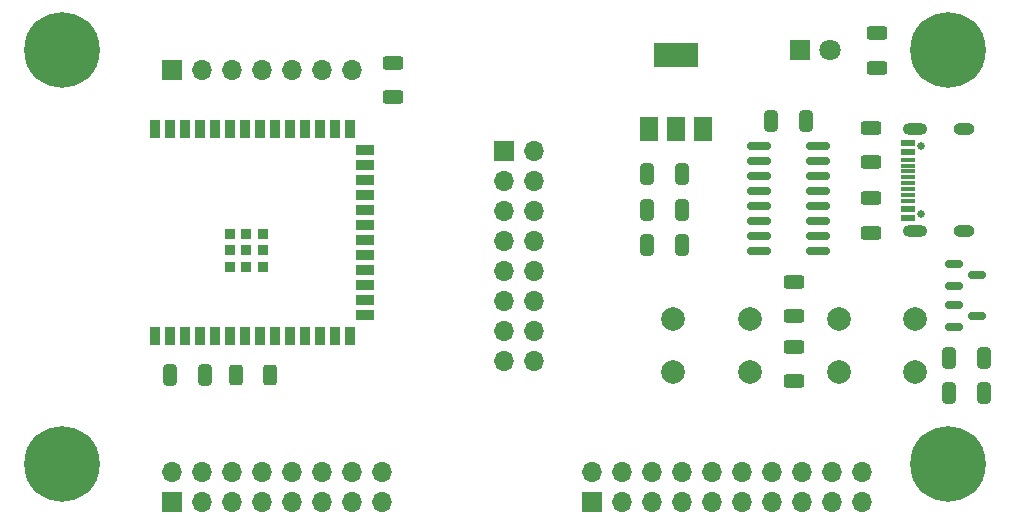
<source format=gbr>
%TF.GenerationSoftware,KiCad,Pcbnew,7.0.7*%
%TF.CreationDate,2024-01-15T23:48:36+01:00*%
%TF.ProjectId,FlipperZeroESP32,466c6970-7065-4725-9a65-726f45535033,rev?*%
%TF.SameCoordinates,Original*%
%TF.FileFunction,Soldermask,Top*%
%TF.FilePolarity,Negative*%
%FSLAX46Y46*%
G04 Gerber Fmt 4.6, Leading zero omitted, Abs format (unit mm)*
G04 Created by KiCad (PCBNEW 7.0.7) date 2024-01-15 23:48:36*
%MOMM*%
%LPD*%
G01*
G04 APERTURE LIST*
G04 Aperture macros list*
%AMRoundRect*
0 Rectangle with rounded corners*
0 $1 Rounding radius*
0 $2 $3 $4 $5 $6 $7 $8 $9 X,Y pos of 4 corners*
0 Add a 4 corners polygon primitive as box body*
4,1,4,$2,$3,$4,$5,$6,$7,$8,$9,$2,$3,0*
0 Add four circle primitives for the rounded corners*
1,1,$1+$1,$2,$3*
1,1,$1+$1,$4,$5*
1,1,$1+$1,$6,$7*
1,1,$1+$1,$8,$9*
0 Add four rect primitives between the rounded corners*
20,1,$1+$1,$2,$3,$4,$5,0*
20,1,$1+$1,$4,$5,$6,$7,0*
20,1,$1+$1,$6,$7,$8,$9,0*
20,1,$1+$1,$8,$9,$2,$3,0*%
G04 Aperture macros list end*
%ADD10RoundRect,0.250000X0.325000X0.650000X-0.325000X0.650000X-0.325000X-0.650000X0.325000X-0.650000X0*%
%ADD11R,1.700000X1.700000*%
%ADD12O,1.700000X1.700000*%
%ADD13RoundRect,0.250000X-0.625000X0.312500X-0.625000X-0.312500X0.625000X-0.312500X0.625000X0.312500X0*%
%ADD14C,0.800000*%
%ADD15C,6.400000*%
%ADD16RoundRect,0.250000X0.312500X0.625000X-0.312500X0.625000X-0.312500X-0.625000X0.312500X-0.625000X0*%
%ADD17C,2.000000*%
%ADD18RoundRect,0.250000X-0.325000X-0.650000X0.325000X-0.650000X0.325000X0.650000X-0.325000X0.650000X0*%
%ADD19R,1.500000X2.000000*%
%ADD20R,3.800000X2.000000*%
%ADD21RoundRect,0.150000X-0.587500X-0.150000X0.587500X-0.150000X0.587500X0.150000X-0.587500X0.150000X0*%
%ADD22RoundRect,0.150000X0.825000X0.150000X-0.825000X0.150000X-0.825000X-0.150000X0.825000X-0.150000X0*%
%ADD23RoundRect,0.250000X0.625000X-0.312500X0.625000X0.312500X-0.625000X0.312500X-0.625000X-0.312500X0*%
%ADD24R,0.900000X1.500000*%
%ADD25R,1.500000X0.900000*%
%ADD26R,0.900000X0.900000*%
%ADD27C,0.650000*%
%ADD28R,1.240000X0.600000*%
%ADD29R,1.240000X0.300000*%
%ADD30O,2.100000X1.000000*%
%ADD31O,1.800000X1.000000*%
%ADD32R,1.800000X1.800000*%
%ADD33C,1.800000*%
G04 APERTURE END LIST*
D10*
%TO.C,C1*%
X168000000Y-111000000D03*
X165050000Y-111000000D03*
%TD*%
D11*
%TO.C,J2*%
X149860000Y-143275000D03*
D12*
X149860000Y-140735000D03*
X152400000Y-143275000D03*
X152400000Y-140735000D03*
X154940000Y-143275000D03*
X154940000Y-140735000D03*
X157480000Y-143275000D03*
X157480000Y-140735000D03*
X160020000Y-143275000D03*
X160020000Y-140735000D03*
X162560000Y-143275000D03*
X162560000Y-140735000D03*
X165100000Y-143275000D03*
X165100000Y-140735000D03*
X167640000Y-143275000D03*
X167640000Y-140735000D03*
X170180000Y-143275000D03*
X170180000Y-140735000D03*
X172720000Y-143275000D03*
X172720000Y-140735000D03*
%TD*%
D10*
%TO.C,C2*%
X157475000Y-121500000D03*
X154525000Y-121500000D03*
%TD*%
%TO.C,C4*%
X157475000Y-115500000D03*
X154525000Y-115500000D03*
%TD*%
D13*
%TO.C,R5*%
X133000000Y-106037500D03*
X133000000Y-108962500D03*
%TD*%
D14*
%TO.C,H1*%
X102600000Y-105000000D03*
X103302944Y-103302944D03*
X103302944Y-106697056D03*
X105000000Y-102600000D03*
D15*
X105000000Y-105000000D03*
D14*
X105000000Y-107400000D03*
X106697056Y-103302944D03*
X106697056Y-106697056D03*
X107400000Y-105000000D03*
%TD*%
D10*
%TO.C,C7*%
X117075000Y-132461000D03*
X114125000Y-132461000D03*
%TD*%
D16*
%TO.C,R4*%
X122620500Y-132461000D03*
X119695500Y-132461000D03*
%TD*%
D11*
%TO.C,J4*%
X142460000Y-113500000D03*
D12*
X145000000Y-113500000D03*
X142460000Y-116040000D03*
X145000000Y-116040000D03*
X142460000Y-118580000D03*
X145000000Y-118580000D03*
X142460000Y-121120000D03*
X145000000Y-121120000D03*
X142460000Y-123660000D03*
X145000000Y-123660000D03*
X142460000Y-126200000D03*
X145000000Y-126200000D03*
X142460000Y-128740000D03*
X145000000Y-128740000D03*
X142460000Y-131280000D03*
X145000000Y-131280000D03*
%TD*%
D17*
%TO.C,SW2*%
X170750000Y-127750000D03*
X177250000Y-127750000D03*
X170750000Y-132250000D03*
X177250000Y-132250000D03*
%TD*%
D18*
%TO.C,C6*%
X180087500Y-131050000D03*
X183037500Y-131050000D03*
%TD*%
D17*
%TO.C,SW1*%
X156750000Y-127750000D03*
X163250000Y-127750000D03*
X156750000Y-132250000D03*
X163250000Y-132250000D03*
%TD*%
D14*
%TO.C,H2*%
X177600000Y-105000000D03*
X178302944Y-103302944D03*
X178302944Y-106697056D03*
X180000000Y-102600000D03*
D15*
X180000000Y-105000000D03*
D14*
X180000000Y-107400000D03*
X181697056Y-103302944D03*
X181697056Y-106697056D03*
X182400000Y-105000000D03*
%TD*%
%TO.C,H4*%
X177600000Y-140000000D03*
X178302944Y-138302944D03*
X178302944Y-141697056D03*
X180000000Y-137600000D03*
D15*
X180000000Y-140000000D03*
D14*
X180000000Y-142400000D03*
X181697056Y-138302944D03*
X181697056Y-141697056D03*
X182400000Y-140000000D03*
%TD*%
D19*
%TO.C,U1*%
X154700000Y-111650000D03*
X157000000Y-111650000D03*
D20*
X157000000Y-105350000D03*
D19*
X159300000Y-111650000D03*
%TD*%
D14*
%TO.C,H3*%
X102600000Y-140000000D03*
X103302944Y-138302944D03*
X103302944Y-141697056D03*
X105000000Y-137600000D03*
D15*
X105000000Y-140000000D03*
D14*
X105000000Y-142400000D03*
X106697056Y-138302944D03*
X106697056Y-141697056D03*
X107400000Y-140000000D03*
%TD*%
D13*
%TO.C,R7*%
X167000000Y-124575000D03*
X167000000Y-127500000D03*
%TD*%
D21*
%TO.C,Q2*%
X180562500Y-126550000D03*
X180562500Y-128450000D03*
X182437500Y-127500000D03*
%TD*%
D13*
%TO.C,R1*%
X173500000Y-117537500D03*
X173500000Y-120462500D03*
%TD*%
D21*
%TO.C,Q1*%
X180562500Y-123050000D03*
X180562500Y-124950000D03*
X182437500Y-124000000D03*
%TD*%
D22*
%TO.C,U2*%
X169000000Y-121945000D03*
X169000000Y-120675000D03*
X169000000Y-119405000D03*
X169000000Y-118135000D03*
X169000000Y-116865000D03*
X169000000Y-115595000D03*
X169000000Y-114325000D03*
X169000000Y-113055000D03*
X164050000Y-113055000D03*
X164050000Y-114325000D03*
X164050000Y-115595000D03*
X164050000Y-116865000D03*
X164050000Y-118135000D03*
X164050000Y-119405000D03*
X164050000Y-120675000D03*
X164050000Y-121945000D03*
%TD*%
D23*
%TO.C,R2*%
X173500000Y-114462500D03*
X173500000Y-111537500D03*
%TD*%
D24*
%TO.C,U3*%
X112880000Y-129170000D03*
X114150000Y-129170000D03*
X115420000Y-129170000D03*
X116690000Y-129170000D03*
X117960000Y-129170000D03*
X119230000Y-129170000D03*
X120500000Y-129170000D03*
X121770000Y-129170000D03*
X123040000Y-129170000D03*
X124310000Y-129170000D03*
X125580000Y-129170000D03*
X126850000Y-129170000D03*
X128120000Y-129170000D03*
X129390000Y-129170000D03*
D25*
X130640000Y-127405000D03*
X130640000Y-126135000D03*
X130640000Y-124865000D03*
X130640000Y-123595000D03*
X130640000Y-122325000D03*
X130640000Y-121055000D03*
X130640000Y-119785000D03*
X130640000Y-118515000D03*
X130640000Y-117245000D03*
X130640000Y-115975000D03*
X130640000Y-114705000D03*
X130640000Y-113435000D03*
D24*
X129390000Y-111670000D03*
X128120000Y-111670000D03*
X126850000Y-111670000D03*
X125580000Y-111670000D03*
X124310000Y-111670000D03*
X123040000Y-111670000D03*
X121770000Y-111670000D03*
X120500000Y-111670000D03*
X119230000Y-111670000D03*
X117960000Y-111670000D03*
X116690000Y-111670000D03*
X115420000Y-111670000D03*
X114150000Y-111670000D03*
X112880000Y-111670000D03*
D26*
X119200000Y-123320000D03*
X120600000Y-123320000D03*
X122000000Y-123320000D03*
X122000000Y-123320000D03*
X119200000Y-121920000D03*
X119200000Y-121920000D03*
X120600000Y-121920000D03*
X122000000Y-121920000D03*
X119200000Y-120520000D03*
X120600000Y-120520000D03*
X122000000Y-120520000D03*
%TD*%
D27*
%TO.C,J3*%
X177735000Y-118890000D03*
X177735000Y-113110000D03*
D28*
X176615000Y-119200000D03*
X176615000Y-118400000D03*
D29*
X176615000Y-117250000D03*
X176615000Y-116250000D03*
X176615000Y-115750000D03*
X176615000Y-114750000D03*
D28*
X176615000Y-113600000D03*
X176615000Y-112800000D03*
X176615000Y-112800000D03*
X176615000Y-113600000D03*
D29*
X176615000Y-114250000D03*
X176615000Y-115250000D03*
X176615000Y-116750000D03*
X176615000Y-117750000D03*
D28*
X176615000Y-118400000D03*
X176615000Y-119200000D03*
D30*
X177215000Y-120320000D03*
D31*
X181415000Y-120320000D03*
D30*
X177215000Y-111680000D03*
D31*
X181415000Y-111680000D03*
%TD*%
D11*
%TO.C,J5*%
X114300000Y-106680000D03*
D12*
X116840000Y-106680000D03*
X119380000Y-106680000D03*
X121920000Y-106680000D03*
X124460000Y-106680000D03*
X127000000Y-106680000D03*
X129540000Y-106680000D03*
%TD*%
D18*
%TO.C,C5*%
X180087500Y-134050000D03*
X183037500Y-134050000D03*
%TD*%
D23*
%TO.C,R3*%
X174000000Y-106462500D03*
X174000000Y-103537500D03*
%TD*%
D13*
%TO.C,R6*%
X167000000Y-130075000D03*
X167000000Y-133000000D03*
%TD*%
D10*
%TO.C,C3*%
X157475000Y-118500000D03*
X154525000Y-118500000D03*
%TD*%
D11*
%TO.C,J1*%
X114300000Y-143275000D03*
D12*
X114300000Y-140735000D03*
X116840000Y-143275000D03*
X116840000Y-140735000D03*
X119380000Y-143275000D03*
X119380000Y-140735000D03*
X121920000Y-143275000D03*
X121920000Y-140735000D03*
X124460000Y-143275000D03*
X124460000Y-140735000D03*
X127000000Y-143275000D03*
X127000000Y-140735000D03*
X129540000Y-143275000D03*
X129540000Y-140735000D03*
X132080000Y-143275000D03*
X132080000Y-140735000D03*
%TD*%
D32*
%TO.C,D1*%
X167500000Y-105000000D03*
D33*
X170040000Y-105000000D03*
%TD*%
M02*

</source>
